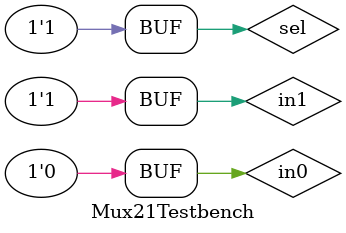
<source format=v>
module Mux21Testbench;

reg in0, in1, sel;
wire out;

	Mux21 test (. out(out), .in0(in0), .in1(in1), .sel(sel) );

initial begin
	
		   in0 = 1'b0;	in1 = 1'b1;	sel = 1'b0;
		#5 in0 = 1'b0;	in1 = 1'b1;	sel = 1'b1;
end

initial begin

	$monitor ("Time: %0d, in0 = %b, in1 = %b, s0 = %b, Output = %.2b", $time, in0, in1, sel, out);
end

endmodule

</source>
